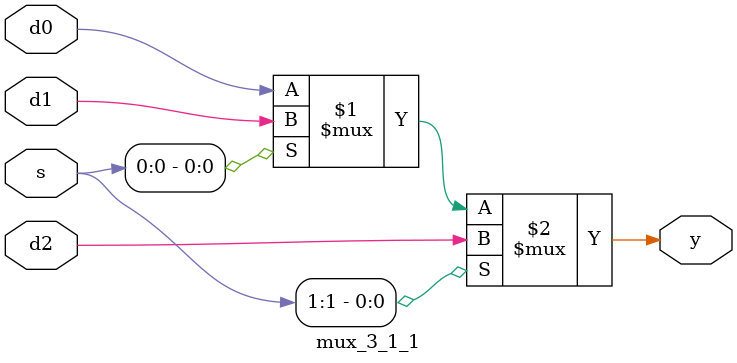
<source format=v>
module mux_3_1_1 (
	input  [1:0 ] s,
	input         d0,
	input         d1,
	input         d2,
	output        y
);

// always @(*) begin
	// if (s == 2'b00) begin
		// y = d0; 
	// end
	// else if (s == 2'b01) begin
		// y = d1; 
	// end
	// else if (s == 2'b10) begin
		// y = d2; 
	// end
	// else begin
		// y = 1'bx; 
	// end
// end
// 
// always @(*) begin
	// case (s)
		// 2'b00: begin
			// y = d0;
		// end
		// 2'b01: begin
			// y = d1;
		// end
		// 2'b11: begin
			// y = d2;
		// end
		// default: y = 1'bx;		
	// endcase
// end

assign y = s [1] ? d2 : (s[0] ? d1 : d0);

endmodule

</source>
